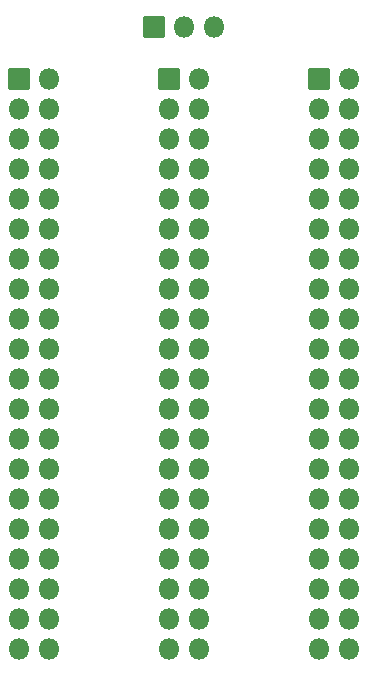
<source format=gbr>
%TF.GenerationSoftware,KiCad,Pcbnew,8.0.1*%
%TF.CreationDate,2024-04-11T20:05:41-05:00*%
%TF.ProjectId,One-to-One LA Adapter,4f6e652d-746f-42d4-9f6e-65204c412041,rev?*%
%TF.SameCoordinates,Original*%
%TF.FileFunction,Soldermask,Bot*%
%TF.FilePolarity,Negative*%
%FSLAX46Y46*%
G04 Gerber Fmt 4.6, Leading zero omitted, Abs format (unit mm)*
G04 Created by KiCad (PCBNEW 8.0.1) date 2024-04-11 20:05:41*
%MOMM*%
%LPD*%
G01*
G04 APERTURE LIST*
G04 Aperture macros list*
%AMRoundRect*
0 Rectangle with rounded corners*
0 $1 Rounding radius*
0 $2 $3 $4 $5 $6 $7 $8 $9 X,Y pos of 4 corners*
0 Add a 4 corners polygon primitive as box body*
4,1,4,$2,$3,$4,$5,$6,$7,$8,$9,$2,$3,0*
0 Add four circle primitives for the rounded corners*
1,1,$1+$1,$2,$3*
1,1,$1+$1,$4,$5*
1,1,$1+$1,$6,$7*
1,1,$1+$1,$8,$9*
0 Add four rect primitives between the rounded corners*
20,1,$1+$1,$2,$3,$4,$5,0*
20,1,$1+$1,$4,$5,$6,$7,0*
20,1,$1+$1,$6,$7,$8,$9,0*
20,1,$1+$1,$8,$9,$2,$3,0*%
G04 Aperture macros list end*
%ADD10RoundRect,0.050800X-0.850000X-0.850000X0.850000X-0.850000X0.850000X0.850000X-0.850000X0.850000X0*%
%ADD11O,1.801600X1.801600*%
%ADD12RoundRect,0.050800X0.850000X-0.850000X0.850000X0.850000X-0.850000X0.850000X-0.850000X-0.850000X0*%
%ADD13RoundRect,0.050800X0.850000X0.850000X-0.850000X0.850000X-0.850000X-0.850000X0.850000X-0.850000X0*%
G04 APERTURE END LIST*
D10*
%TO.C,J2*%
X137160000Y-66040000D03*
D11*
X139700000Y-66040000D03*
X137160000Y-68580000D03*
X139700000Y-68580000D03*
X137160000Y-71120000D03*
X139700000Y-71120000D03*
X137160000Y-73660000D03*
X139700000Y-73660000D03*
X137160000Y-76200000D03*
X139700000Y-76200000D03*
X137160000Y-78740000D03*
X139700000Y-78740000D03*
X137160000Y-81280000D03*
X139700000Y-81280000D03*
X137160000Y-83820000D03*
X139700000Y-83820000D03*
X137160000Y-86360000D03*
X139700000Y-86360000D03*
X137160000Y-88900000D03*
X139700000Y-88900000D03*
X137160000Y-91440000D03*
X139700000Y-91440000D03*
X137160000Y-93980000D03*
X139700000Y-93980000D03*
X137160000Y-96520000D03*
X139700000Y-96520000D03*
X137160000Y-99060000D03*
X139700000Y-99060000D03*
X137160000Y-101600000D03*
X139700000Y-101600000D03*
X137160000Y-104140000D03*
X139700000Y-104140000D03*
X137160000Y-106680000D03*
X139700000Y-106680000D03*
X137160000Y-109220000D03*
X139700000Y-109220000D03*
X137160000Y-111760000D03*
X139700000Y-111760000D03*
X137160000Y-114300000D03*
X139700000Y-114300000D03*
%TD*%
D10*
%TO.C,J3*%
X162560000Y-66040000D03*
D11*
X165100000Y-66040000D03*
X162560000Y-68580000D03*
X165100000Y-68580000D03*
X162560000Y-71120000D03*
X165100000Y-71120000D03*
X162560000Y-73660000D03*
X165100000Y-73660000D03*
X162560000Y-76200000D03*
X165100000Y-76200000D03*
X162560000Y-78740000D03*
X165100000Y-78740000D03*
X162560000Y-81280000D03*
X165100000Y-81280000D03*
X162560000Y-83820000D03*
X165100000Y-83820000D03*
X162560000Y-86360000D03*
X165100000Y-86360000D03*
X162560000Y-88900000D03*
X165100000Y-88900000D03*
X162560000Y-91440000D03*
X165100000Y-91440000D03*
X162560000Y-93980000D03*
X165100000Y-93980000D03*
X162560000Y-96520000D03*
X165100000Y-96520000D03*
X162560000Y-99060000D03*
X165100000Y-99060000D03*
X162560000Y-101600000D03*
X165100000Y-101600000D03*
X162560000Y-104140000D03*
X165100000Y-104140000D03*
X162560000Y-106680000D03*
X165100000Y-106680000D03*
X162560000Y-109220000D03*
X165100000Y-109220000D03*
X162560000Y-111760000D03*
X165100000Y-111760000D03*
X162560000Y-114300000D03*
X165100000Y-114300000D03*
%TD*%
D12*
%TO.C,J4*%
X148590000Y-61595000D03*
D11*
X151130000Y-61595000D03*
X153670000Y-61595000D03*
%TD*%
D13*
%TO.C,J1*%
X149860000Y-66040000D03*
D11*
X152400000Y-66040000D03*
X149860000Y-68580000D03*
X152400000Y-68580000D03*
X149860000Y-71120000D03*
X152400000Y-71120000D03*
X149860000Y-73660000D03*
X152400000Y-73660000D03*
X149860000Y-76200000D03*
X152400000Y-76200000D03*
X149860000Y-78740000D03*
X152400000Y-78740000D03*
X149860000Y-81280000D03*
X152400000Y-81280000D03*
X149860000Y-83820000D03*
X152400000Y-83820000D03*
X149860000Y-86360000D03*
X152400000Y-86360000D03*
X149860000Y-88900000D03*
X152400000Y-88900000D03*
X149860000Y-91440000D03*
X152400000Y-91440000D03*
X149860000Y-93980000D03*
X152400000Y-93980000D03*
X149860000Y-96520000D03*
X152400000Y-96520000D03*
X149860000Y-99060000D03*
X152400000Y-99060000D03*
X149860000Y-101600000D03*
X152400000Y-101600000D03*
X149860000Y-104140000D03*
X152400000Y-104140000D03*
X149860000Y-106680000D03*
X152400000Y-106680000D03*
X149860000Y-109220000D03*
X152400000Y-109220000D03*
X149860000Y-111760000D03*
X152400000Y-111760000D03*
X149860000Y-114300000D03*
X152400000Y-114300000D03*
%TD*%
M02*

</source>
